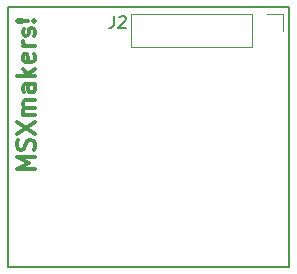
<source format=gbr>
G04 #@! TF.FileFunction,Legend,Top*
%FSLAX46Y46*%
G04 Gerber Fmt 4.6, Leading zero omitted, Abs format (unit mm)*
G04 Created by KiCad (PCBNEW 4.0.6) date Tue May 26 19:12:12 2020*
%MOMM*%
%LPD*%
G01*
G04 APERTURE LIST*
%ADD10C,0.100000*%
%ADD11C,0.300000*%
%ADD12C,0.150000*%
%ADD13C,0.120000*%
G04 APERTURE END LIST*
D10*
D11*
X41678571Y-38185714D02*
X40178571Y-38185714D01*
X41250000Y-37685714D01*
X40178571Y-37185714D01*
X41678571Y-37185714D01*
X41607143Y-36542857D02*
X41678571Y-36328571D01*
X41678571Y-35971428D01*
X41607143Y-35828571D01*
X41535714Y-35757142D01*
X41392857Y-35685714D01*
X41250000Y-35685714D01*
X41107143Y-35757142D01*
X41035714Y-35828571D01*
X40964286Y-35971428D01*
X40892857Y-36257142D01*
X40821429Y-36400000D01*
X40750000Y-36471428D01*
X40607143Y-36542857D01*
X40464286Y-36542857D01*
X40321429Y-36471428D01*
X40250000Y-36400000D01*
X40178571Y-36257142D01*
X40178571Y-35900000D01*
X40250000Y-35685714D01*
X40178571Y-35185714D02*
X41678571Y-34185714D01*
X40178571Y-34185714D02*
X41678571Y-35185714D01*
X41678571Y-33614286D02*
X40678571Y-33614286D01*
X40821429Y-33614286D02*
X40750000Y-33542858D01*
X40678571Y-33400000D01*
X40678571Y-33185715D01*
X40750000Y-33042858D01*
X40892857Y-32971429D01*
X41678571Y-32971429D01*
X40892857Y-32971429D02*
X40750000Y-32900000D01*
X40678571Y-32757143D01*
X40678571Y-32542858D01*
X40750000Y-32400000D01*
X40892857Y-32328572D01*
X41678571Y-32328572D01*
X41678571Y-30971429D02*
X40892857Y-30971429D01*
X40750000Y-31042858D01*
X40678571Y-31185715D01*
X40678571Y-31471429D01*
X40750000Y-31614286D01*
X41607143Y-30971429D02*
X41678571Y-31114286D01*
X41678571Y-31471429D01*
X41607143Y-31614286D01*
X41464286Y-31685715D01*
X41321429Y-31685715D01*
X41178571Y-31614286D01*
X41107143Y-31471429D01*
X41107143Y-31114286D01*
X41035714Y-30971429D01*
X41678571Y-30257143D02*
X40178571Y-30257143D01*
X41107143Y-30114286D02*
X41678571Y-29685715D01*
X40678571Y-29685715D02*
X41250000Y-30257143D01*
X41607143Y-28471429D02*
X41678571Y-28614286D01*
X41678571Y-28900000D01*
X41607143Y-29042857D01*
X41464286Y-29114286D01*
X40892857Y-29114286D01*
X40750000Y-29042857D01*
X40678571Y-28900000D01*
X40678571Y-28614286D01*
X40750000Y-28471429D01*
X40892857Y-28400000D01*
X41035714Y-28400000D01*
X41178571Y-29114286D01*
X41678571Y-27757143D02*
X40678571Y-27757143D01*
X40964286Y-27757143D02*
X40821429Y-27685715D01*
X40750000Y-27614286D01*
X40678571Y-27471429D01*
X40678571Y-27328572D01*
X41607143Y-26900001D02*
X41678571Y-26757144D01*
X41678571Y-26471429D01*
X41607143Y-26328572D01*
X41464286Y-26257144D01*
X41392857Y-26257144D01*
X41250000Y-26328572D01*
X41178571Y-26471429D01*
X41178571Y-26685715D01*
X41107143Y-26828572D01*
X40964286Y-26900001D01*
X40892857Y-26900001D01*
X40750000Y-26828572D01*
X40678571Y-26685715D01*
X40678571Y-26471429D01*
X40750000Y-26328572D01*
X41535714Y-25614286D02*
X41607143Y-25542858D01*
X41678571Y-25614286D01*
X41607143Y-25685715D01*
X41535714Y-25614286D01*
X41678571Y-25614286D01*
X41107143Y-25614286D02*
X40250000Y-25685715D01*
X40178571Y-25614286D01*
X40250000Y-25542858D01*
X41107143Y-25614286D01*
X40178571Y-25614286D01*
D12*
X39430000Y-46430000D02*
X39440000Y-46430000D01*
X39430000Y-24470000D02*
X39430000Y-46430000D01*
X63210000Y-24470000D02*
X39430000Y-24470000D01*
X63210000Y-46430000D02*
X63210000Y-24470000D01*
X39440000Y-46430000D02*
X63210000Y-46430000D01*
D13*
X60090000Y-25060000D02*
X49810000Y-25060000D01*
X49810000Y-25060000D02*
X49810000Y-27840000D01*
X49810000Y-27840000D02*
X60090000Y-27840000D01*
X60090000Y-27840000D02*
X60090000Y-25060000D01*
X61360000Y-25060000D02*
X62750000Y-25060000D01*
X62750000Y-25060000D02*
X62750000Y-26450000D01*
D12*
X48406667Y-25222381D02*
X48406667Y-25936667D01*
X48359047Y-26079524D01*
X48263809Y-26174762D01*
X48120952Y-26222381D01*
X48025714Y-26222381D01*
X48835238Y-25317619D02*
X48882857Y-25270000D01*
X48978095Y-25222381D01*
X49216191Y-25222381D01*
X49311429Y-25270000D01*
X49359048Y-25317619D01*
X49406667Y-25412857D01*
X49406667Y-25508095D01*
X49359048Y-25650952D01*
X48787619Y-26222381D01*
X49406667Y-26222381D01*
M02*

</source>
